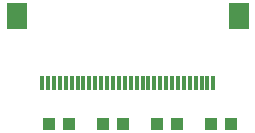
<source format=gbr>
G04 EAGLE Gerber RS-274X export*
G75*
%MOMM*%
%FSLAX34Y34*%
%LPD*%
%INSolderpaste Top*%
%IPPOS*%
%AMOC8*
5,1,8,0,0,1.08239X$1,22.5*%
G01*
%ADD10R,0.300000X1.300000*%
%ADD11R,1.800000X2.200000*%
%ADD12R,1.100000X1.000000*%


D10*
X191880Y103300D03*
X186880Y103300D03*
X181880Y103300D03*
X176880Y103300D03*
X171880Y103300D03*
X166880Y103300D03*
X161880Y103300D03*
X156880Y103300D03*
X151880Y103300D03*
X146880Y103300D03*
X141880Y103300D03*
X136880Y103300D03*
X131880Y103300D03*
X126880Y103300D03*
X121880Y103300D03*
X116880Y103300D03*
X111880Y103300D03*
X106880Y103300D03*
X101880Y103300D03*
X96880Y103300D03*
X91880Y103300D03*
X86880Y103300D03*
X81880Y103300D03*
X76880Y103300D03*
X71880Y103300D03*
X66880Y103300D03*
X61880Y103300D03*
X56880Y103300D03*
X51880Y103300D03*
X46880Y103300D03*
D11*
X213380Y159800D03*
X25380Y159800D03*
D12*
X115180Y68580D03*
X98180Y68580D03*
X52460Y68580D03*
X69460Y68580D03*
X189620Y68580D03*
X206620Y68580D03*
X160900Y68580D03*
X143900Y68580D03*
M02*

</source>
